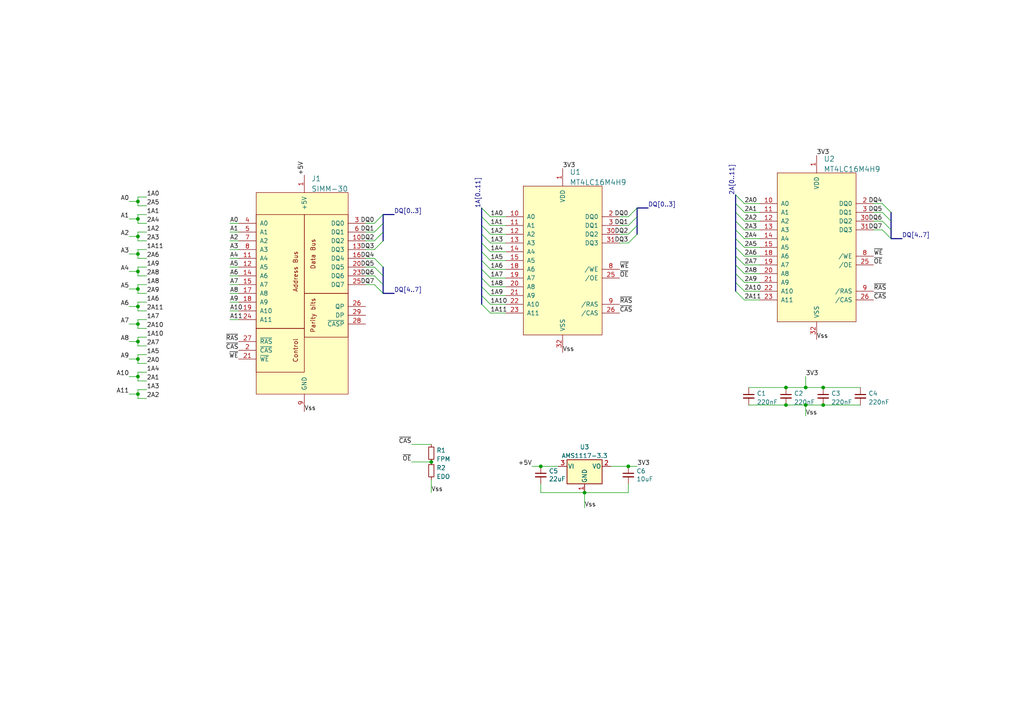
<source format=kicad_sch>
(kicad_sch (version 20211123) (generator eeschema)
  (paper "A4")
  (title_block (title "16MB SIMMBA-30") (date "2022-04-19") (rev "0.1") (company "0xCats"))
  (lib_symbols
    (symbol "Device:C_Small" (pin_numbers hide) (pin_names (offset 0.254) hide)
      (property "Reference" "C" (at 0.254 1.778 0))
      (property "Value" "C_Small" (at 0.254 -2.032 0))
      (symbol "C_Small_0_1"
        (polyline (pts (xy -1.524 -0.508) (xy 1.524 -0.508)) (stroke (width 0.3302)))
        (polyline (pts (xy -1.524 0.508) (xy 1.524 0.508)) (stroke (width 0.3048)))
      )
      (symbol "C_Small_1_1"
        (pin passive line (at 0 2.54 270) (length 2.032) (name "~") (number "1"))
        (pin passive line (at 0 -2.54 90) (length 2.032) (name "~") (number "2"))
      )
    )
    (symbol "Device:R_Small" (pin_numbers hide) (pin_names (offset 0.254) hide)
      (property "Reference" "R" (at 0.762 0.508 0))
      (property "Value" "R_Small" (at 0.762 -1.016 0))
      (symbol "R_Small_0_1"
        (rectangle (start -0.762 1.778) (end 0.762 -1.778) (stroke (width 0.2032)))
      )
      (symbol "R_Small_1_1"
        (pin passive line (at 0 2.54 270) (length 0.762) (name "~") (number "1"))
        (pin passive line (at 0 -2.54 90) (length 0.762) (name "~") (number "2"))
      )
    )
    (symbol "Regulator_Linear:AMS1117-3.3" (pin_names (offset 0.254))
      (property "Reference" "U" (at -3.81 3.175 0))
      (property "Value" "AMS1117-3.3" (at 0 3.175 0))
      (symbol "AMS1117-3.3_0_1"
        (rectangle (start -5.08 -5.08) (end 5.08 1.905) (stroke (width 0.254)) (fill (type background)))
      )
      (symbol "AMS1117-3.3_1_1"
        (pin power_in line (at 0 -7.62 90) (length 2.54) (name "GND") (number "1"))
        (pin power_out line (at 7.62 0 180) (length 2.54) (name "VO") (number "2"))
        (pin power_in line (at -7.62 0 0) (length 2.54) (name "VI") (number "3"))
      )
    )
    (symbol "dram:MT4LC16M4H9" (pin_names (offset 1.016))
      (property "Reference" "U" (at -10.16 22.86 0))
      (property "Value" "MT4LC16M4H9" (at 0 8.89 90))
      (symbol "MT4LC16M4H9_1_1"
        (rectangle (start -11.43 21.59) (end 11.43 -21.59) (fill (type background)))
        (pin power_in line (at 0 26.67 270) (length 5.08) (name "VDD") (number "1"))
        (pin input line (at -16.51 12.7 0) (length 5.08) (name "A0") (number "10"))
        (pin input line (at -16.51 10.16 0) (length 5.08) (name "A1") (number "11"))
        (pin input line (at -16.51 7.62 0) (length 5.08) (name "A2") (number "12"))
        (pin input line (at -16.51 5.08 0) (length 5.08) (name "A3") (number "13"))
        (pin input line (at -16.51 2.54 0) (length 5.08) (name "A4") (number "14"))
        (pin input line (at -16.51 0 0) (length 5.08) (name "A5") (number "15"))
        (pin power_in line (at 0 26.67 270) (length 5.08) hide (name "VDD") (number "16"))
        (pin power_in line (at 0 -26.67 90) (length 5.08) hide (name "VSS") (number "17"))
        (pin input line (at -16.51 -2.54 0) (length 5.08) (name "A6") (number "18"))
        (pin input line (at -16.51 -5.08 0) (length 5.08) (name "A7") (number "19"))
        (pin bidirectional line (at 16.51 12.7 180) (length 5.08) (name "DQ0") (number "2"))
        (pin input line (at -16.51 -7.62 0) (length 5.08) (name "A8") (number "20"))
        (pin input line (at -16.51 -10.16 0) (length 5.08) (name "A9") (number "21"))
        (pin input line (at -16.51 -12.7 0) (length 5.08) (name "A10") (number "22"))
        (pin input line (at -16.51 -15.24 0) (length 5.08) (name "A11") (number "23"))
        (pin no_connect line (at 3.175 0.635 90) (length 5.08) hide (name "NC") (number "24"))
        (pin input line (at 16.51 -5.08 180) (length 5.08) (name "/OE") (number "25"))
        (pin input line (at 16.51 -15.24 180) (length 5.08) (name "/CAS") (number "26"))
        (pin no_connect line (at 3.175 0.635 90) (length 5.08) hide (name "nc") (number "27"))
        (pin no_connect line (at 3.175 0.635 90) (length 5.08) hide (name "nc") (number "28"))
        (pin no_connect line (at 3.175 0.635 90) (length 5.08) hide (name "nc") (number "29"))
        (pin bidirectional line (at 16.51 10.16 180) (length 5.08) (name "DQ1") (number "3"))
        (pin bidirectional line (at 16.51 7.62 180) (length 5.08) (name "DQ2") (number "30"))
        (pin bidirectional line (at 16.51 5.08 180) (length 5.08) (name "DQ3") (number "31"))
        (pin power_in line (at 0 -26.67 90) (length 5.08) (name "VSS") (number "32"))
        (pin no_connect line (at 3.175 0.635 90) (length 5.08) hide (name "NC") (number "4"))
        (pin no_connect line (at 3.175 0.635 90) (length 5.08) hide (name "NC") (number "5"))
        (pin no_connect line (at 3.175 0.635 90) (length 5.08) hide (name "NC") (number "6"))
        (pin no_connect line (at 3.175 0.635 90) (length 5.08) hide (name "NC") (number "7"))
        (pin input line (at 16.51 -2.54 180) (length 5.08) (name "/WE") (number "8"))
        (pin input line (at 16.51 -12.7 180) (length 5.08) (name "/RAS") (number "9"))
      )
    )
    (symbol "edge connectors:SIMM-30" (pin_names (offset 1.016))
      (property "Reference" "J" (at -15.24 53.34 0))
      (property "Value" "SIMM-30" (at -15.24 50.8 0))
      (symbol "SIMM-30_0_0"
        (rectangle (start -13.97 15.24) (end 0 2.54))
        (rectangle (start -13.97 48.26) (end 0 15.24))
        (rectangle (start 0 25.4) (end 12.7 12.7))
        (rectangle (start 0 48.26) (end 12.7 25.4))
        (text "Address Bus" (at -2.54 31.75 900) (effects (font (size 1.27 1.27))))
        (text "Control" (at -2.54 8.89 900) (effects (font (size 1.27 1.27))))
        (text "Data Bus" (at 2.54 36.83 900) (effects (font (size 1.27 1.27))))
        (text "Parity bits" (at 2.54 19.05 900) (effects (font (size 1.27 1.27))))
        (pin power_in line (at 0 59.69 270) (length 5.08) hide (name "+5V") (number "30"))
      )
      (symbol "SIMM-30_1_1"
        (rectangle (start -13.97 54.61) (end 12.7 -3.81) (fill (type background)))
        (pin power_in line (at 0 59.69 270) (length 5.08) (name "+5V") (number "1"))
        (pin bidirectional line (at 17.78 40.64 180) (length 5.08) (name "DQ2") (number "10"))
        (pin input line (at -19.05 35.56 0) (length 5.08) (name "A4") (number "11"))
        (pin input line (at -19.05 33.02 0) (length 5.08) (name "A5") (number "12"))
        (pin bidirectional line (at 17.78 38.1 180) (length 5.08) (name "DQ3") (number "13"))
        (pin input line (at -19.05 30.48 0) (length 5.08) (name "A6") (number "14"))
        (pin input line (at -19.05 27.94 0) (length 5.08) (name "A7") (number "15"))
        (pin bidirectional line (at 17.78 35.56 180) (length 5.08) (name "DQ4") (number "16"))
        (pin input line (at -19.05 25.4 0) (length 5.08) (name "A8") (number "17"))
        (pin input line (at -19.05 22.86 0) (length 5.08) (name "A9") (number "18"))
        (pin input line (at -19.05 20.32 0) (length 5.08) (name "A10") (number "19"))
        (pin input line (at -19.05 8.89 0) (length 5.08) (name "~{CAS}") (number "2"))
        (pin bidirectional line (at 17.78 33.02 180) (length 5.08) (name "DQ5") (number "20"))
        (pin input line (at -19.05 6.35 0) (length 5.08) (name "~{WE}") (number "21"))
        (pin power_in line (at 0 -8.89 90) (length 5.08) hide (name "GND") (number "22"))
        (pin bidirectional line (at 17.78 30.48 180) (length 5.08) (name "DQ6") (number "23"))
        (pin input line (at -19.05 17.78 0) (length 5.08) (name "A11") (number "24"))
        (pin bidirectional line (at 17.78 27.94 180) (length 5.08) (name "DQ7") (number "25"))
        (pin output line (at 17.78 21.59 180) (length 5.08) (name "QP") (number "26"))
        (pin input line (at -19.05 11.43 0) (length 5.08) (name "~{RAS}") (number "27"))
        (pin input line (at 17.78 16.51 180) (length 5.08) (name "~{CASP}") (number "28"))
        (pin input line (at 17.78 19.05 180) (length 5.08) (name "DP") (number "29"))
        (pin bidirectional line (at 17.78 45.72 180) (length 5.08) (name "DQ0") (number "3"))
        (pin input line (at -19.05 45.72 0) (length 5.08) (name "A0") (number "4"))
        (pin input line (at -19.05 43.18 0) (length 5.08) (name "A1") (number "5"))
        (pin bidirectional line (at 17.78 43.18 180) (length 5.08) (name "DQ1") (number "6"))
        (pin input line (at -19.05 40.64 0) (length 5.08) (name "A2") (number "7"))
        (pin input line (at -19.05 38.1 0) (length 5.08) (name "A3") (number "8"))
        (pin power_in line (at 0 -8.89 90) (length 5.08) (name "GND") (number "9"))
      )
    )
  )
  (junction (at 40.005 63.5))
  (junction (at 233.68 117.475))
  (junction (at 40.005 99.06))
  (junction (at 156.845 135.255))
  (junction (at 169.545 142.875))
  (junction (at 40.005 93.98))
  (junction (at 40.005 114.3))
  (junction (at 182.245 135.255))
  (junction (at 227.965 117.475))
  (junction (at 227.965 112.395))
  (junction (at 40.005 88.9))
  (junction (at 40.005 78.74))
  (junction (at 238.76 117.475))
  (junction (at 40.005 58.42))
  (junction (at 40.005 109.22))
  (junction (at 40.005 104.14))
  (junction (at 125.095 133.985))
  (junction (at 40.005 68.58))
  (junction (at 40.005 73.66))
  (junction (at 40.005 83.82))
  (junction (at 238.76 112.395))
  (junction (at 233.68 112.395))
  (bus_entry (at 213.36 74.295) (size 2.54 2.54))
  (bus_entry (at 139.7 75.565) (size 2.54 2.54))
  (bus_entry (at 213.36 56.515) (size 2.54 2.54))
  (bus_entry (at 139.7 78.105) (size 2.54 2.54))
  (bus_entry (at 108.585 77.47) (size 2.54 2.54))
  (bus_entry (at 108.585 82.55) (size 2.54 2.54))
  (bus_entry (at 213.36 61.595) (size 2.54 2.54))
  (bus_entry (at 139.7 60.325) (size 2.54 2.54))
  (bus_entry (at 213.36 66.675) (size 2.54 2.54))
  (bus_entry (at 255.905 66.675) (size 2.54 2.54))
  (bus_entry (at 139.7 83.185) (size 2.54 2.54))
  (bus_entry (at 111.125 62.23) (size -2.54 2.54))
  (bus_entry (at 255.905 59.055) (size 2.54 2.54))
  (bus_entry (at 213.36 84.455) (size 2.54 2.54))
  (bus_entry (at 255.905 61.595) (size 2.54 2.54))
  (bus_entry (at 139.7 67.945) (size 2.54 2.54))
  (bus_entry (at 213.36 76.835) (size 2.54 2.54))
  (bus_entry (at 184.785 65.405) (size -2.54 2.54))
  (bus_entry (at 139.7 62.865) (size 2.54 2.54))
  (bus_entry (at 213.36 59.055) (size 2.54 2.54))
  (bus_entry (at 108.585 74.93) (size 2.54 2.54))
  (bus_entry (at 108.585 80.01) (size 2.54 2.54))
  (bus_entry (at 184.785 60.325) (size -2.54 2.54))
  (bus_entry (at 111.125 64.77) (size -2.54 2.54))
  (bus_entry (at 139.7 85.725) (size 2.54 2.54))
  (bus_entry (at 139.7 88.265) (size 2.54 2.54))
  (bus_entry (at 184.785 62.865) (size -2.54 2.54))
  (bus_entry (at 111.125 67.31) (size -2.54 2.54))
  (bus_entry (at 139.7 73.025) (size 2.54 2.54))
  (bus_entry (at 213.36 64.135) (size 2.54 2.54))
  (bus_entry (at 213.36 71.755) (size 2.54 2.54))
  (bus_entry (at 213.36 79.375) (size 2.54 2.54))
  (bus_entry (at 139.7 80.645) (size 2.54 2.54))
  (bus_entry (at 255.905 64.135) (size 2.54 2.54))
  (bus_entry (at 139.7 70.485) (size 2.54 2.54))
  (bus_entry (at 213.36 81.915) (size 2.54 2.54))
  (bus_entry (at 111.125 69.85) (size -2.54 2.54))
  (bus_entry (at 184.785 67.945) (size -2.54 2.54))
  (bus_entry (at 139.7 65.405) (size 2.54 2.54))
  (bus_entry (at 213.36 69.215) (size 2.54 2.54))
  (wire (pts (xy 255.905 59.055) (xy 253.365 59.055)))
  (wire (pts (xy 108.585 80.01) (xy 106.045 80.01)))
  (wire (pts (xy 40.005 85.09) (xy 42.545 85.09)))
  (wire (pts (xy 227.965 117.475) (xy 233.68 117.475)))
  (bus (pts (xy 139.7 67.945) (xy 139.7 70.485)))
  (bus (pts (xy 111.125 82.55) (xy 111.125 85.09)))
  (wire (pts (xy 142.24 67.945) (xy 146.685 67.945)))
  (wire (pts (xy 40.005 72.39) (xy 42.545 72.39)))
  (wire (pts (xy 215.9 74.295) (xy 220.345 74.295)))
  (bus (pts (xy 213.36 79.375) (xy 213.36 81.915)))
  (wire (pts (xy 40.005 78.74) (xy 40.005 77.47)))
  (bus (pts (xy 139.7 73.025) (xy 139.7 75.565)))
  (wire (pts (xy 142.24 62.865) (xy 146.685 62.865)))
  (bus (pts (xy 258.445 66.675) (xy 258.445 69.215)))
  (wire (pts (xy 40.005 73.66) (xy 40.005 74.93)))
  (wire (pts (xy 40.005 97.79) (xy 42.545 97.79)))
  (wire (pts (xy 40.005 99.06) (xy 40.005 100.33)))
  (wire (pts (xy 182.245 70.485) (xy 179.705 70.485)))
  (wire (pts (xy 40.005 62.23) (xy 42.545 62.23)))
  (bus (pts (xy 258.445 64.135) (xy 258.445 66.675)))
  (bus (pts (xy 139.7 70.485) (xy 139.7 73.025)))
  (wire (pts (xy 40.005 68.58) (xy 40.005 67.31)))
  (wire (pts (xy 40.005 113.03) (xy 42.545 113.03)))
  (wire (pts (xy 108.585 64.77) (xy 106.045 64.77)))
  (bus (pts (xy 139.7 62.865) (xy 139.7 65.405)))
  (wire (pts (xy 40.005 104.14) (xy 40.005 105.41)))
  (bus (pts (xy 111.125 69.85) (xy 111.125 67.31)))
  (wire (pts (xy 238.76 112.395) (xy 249.555 112.395)))
  (bus (pts (xy 111.125 85.09) (xy 114.3 85.09)))
  (wire (pts (xy 217.17 112.395) (xy 227.965 112.395)))
  (wire (pts (xy 215.9 79.375) (xy 220.345 79.375)))
  (wire (pts (xy 182.245 65.405) (xy 179.705 65.405)))
  (wire (pts (xy 40.005 58.42) (xy 40.005 59.69)))
  (bus (pts (xy 213.36 71.755) (xy 213.36 74.295)))
  (wire (pts (xy 37.465 93.98) (xy 40.005 93.98)))
  (wire (pts (xy 37.465 99.06) (xy 40.005 99.06)))
  (wire (pts (xy 37.465 73.66) (xy 40.005 73.66)))
  (wire (pts (xy 37.465 109.22) (xy 40.005 109.22)))
  (wire (pts (xy 40.005 58.42) (xy 40.005 57.15)))
  (wire (pts (xy 142.24 90.805) (xy 146.685 90.805)))
  (bus (pts (xy 213.36 74.295) (xy 213.36 76.835)))
  (wire (pts (xy 40.005 90.17) (xy 42.545 90.17)))
  (wire (pts (xy 40.005 105.41) (xy 42.545 105.41)))
  (wire (pts (xy 40.005 95.25) (xy 42.545 95.25)))
  (wire (pts (xy 182.245 62.865) (xy 179.705 62.865)))
  (wire (pts (xy 40.005 83.82) (xy 40.005 82.55)))
  (wire (pts (xy 156.845 142.875) (xy 169.545 142.875)))
  (wire (pts (xy 40.005 73.66) (xy 40.005 72.39)))
  (wire (pts (xy 156.845 135.255) (xy 161.925 135.255)))
  (bus (pts (xy 139.7 78.105) (xy 139.7 80.645)))
  (bus (pts (xy 184.785 62.865) (xy 184.785 60.325)))
  (wire (pts (xy 66.675 64.77) (xy 69.215 64.77)))
  (bus (pts (xy 213.36 56.515) (xy 213.36 59.055)))
  (wire (pts (xy 40.005 104.14) (xy 40.005 102.87)))
  (wire (pts (xy 40.005 77.47) (xy 42.545 77.47)))
  (bus (pts (xy 258.445 61.595) (xy 258.445 64.135)))
  (wire (pts (xy 40.005 69.85) (xy 42.545 69.85)))
  (wire (pts (xy 215.9 84.455) (xy 220.345 84.455)))
  (wire (pts (xy 40.005 74.93) (xy 42.545 74.93)))
  (wire (pts (xy 215.9 76.835) (xy 220.345 76.835)))
  (wire (pts (xy 40.005 115.57) (xy 42.545 115.57)))
  (wire (pts (xy 142.24 78.105) (xy 146.685 78.105)))
  (wire (pts (xy 142.24 65.405) (xy 146.685 65.405)))
  (wire (pts (xy 233.68 117.475) (xy 238.76 117.475)))
  (wire (pts (xy 217.17 117.475) (xy 227.965 117.475)))
  (wire (pts (xy 40.005 88.9) (xy 40.005 90.17)))
  (wire (pts (xy 66.675 69.85) (xy 69.215 69.85)))
  (wire (pts (xy 40.005 88.9) (xy 40.005 87.63)))
  (bus (pts (xy 184.785 60.325) (xy 187.96 60.325)))
  (wire (pts (xy 233.68 112.395) (xy 238.76 112.395)))
  (wire (pts (xy 40.005 82.55) (xy 42.545 82.55)))
  (wire (pts (xy 142.24 73.025) (xy 146.685 73.025)))
  (bus (pts (xy 139.7 75.565) (xy 139.7 78.105)))
  (wire (pts (xy 108.585 69.85) (xy 106.045 69.85)))
  (wire (pts (xy 40.005 83.82) (xy 40.005 85.09)))
  (wire (pts (xy 37.465 83.82) (xy 40.005 83.82)))
  (wire (pts (xy 40.005 102.87) (xy 42.545 102.87)))
  (wire (pts (xy 40.005 99.06) (xy 40.005 97.79)))
  (bus (pts (xy 184.785 65.405) (xy 184.785 62.865)))
  (wire (pts (xy 177.165 135.255) (xy 182.245 135.255)))
  (wire (pts (xy 215.9 64.135) (xy 220.345 64.135)))
  (wire (pts (xy 40.005 57.15) (xy 42.545 57.15)))
  (bus (pts (xy 139.7 85.725) (xy 139.7 88.265)))
  (wire (pts (xy 37.465 88.9) (xy 40.005 88.9)))
  (wire (pts (xy 66.675 67.31) (xy 69.215 67.31)))
  (wire (pts (xy 40.005 80.01) (xy 42.545 80.01)))
  (wire (pts (xy 227.965 112.395) (xy 233.68 112.395)))
  (wire (pts (xy 142.24 85.725) (xy 146.685 85.725)))
  (wire (pts (xy 182.245 67.945) (xy 179.705 67.945)))
  (wire (pts (xy 233.68 109.22) (xy 233.68 112.395)))
  (bus (pts (xy 111.125 77.47) (xy 111.125 80.01)))
  (bus (pts (xy 213.36 81.915) (xy 213.36 84.455)))
  (wire (pts (xy 255.905 61.595) (xy 253.365 61.595)))
  (wire (pts (xy 37.465 104.14) (xy 40.005 104.14)))
  (wire (pts (xy 215.9 86.995) (xy 220.345 86.995)))
  (bus (pts (xy 139.7 65.405) (xy 139.7 67.945)))
  (wire (pts (xy 142.24 83.185) (xy 146.685 83.185)))
  (wire (pts (xy 40.005 93.98) (xy 40.005 92.71)))
  (wire (pts (xy 37.465 114.3) (xy 40.005 114.3)))
  (wire (pts (xy 119.38 133.985) (xy 125.095 133.985)))
  (wire (pts (xy 66.675 87.63) (xy 69.215 87.63)))
  (bus (pts (xy 213.36 76.835) (xy 213.36 79.375)))
  (bus (pts (xy 213.36 66.675) (xy 213.36 69.215)))
  (bus (pts (xy 111.125 80.01) (xy 111.125 82.55)))
  (wire (pts (xy 66.675 90.17) (xy 69.215 90.17)))
  (bus (pts (xy 213.36 61.595) (xy 213.36 64.135)))
  (wire (pts (xy 37.465 68.58) (xy 40.005 68.58)))
  (wire (pts (xy 40.005 109.22) (xy 40.005 107.95)))
  (wire (pts (xy 108.585 72.39) (xy 106.045 72.39)))
  (wire (pts (xy 37.465 58.42) (xy 40.005 58.42)))
  (wire (pts (xy 233.68 117.475) (xy 233.68 120.65)))
  (wire (pts (xy 169.545 142.875) (xy 169.545 147.32)))
  (bus (pts (xy 111.125 64.77) (xy 111.125 62.23)))
  (wire (pts (xy 108.585 77.47) (xy 106.045 77.47)))
  (wire (pts (xy 215.9 81.915) (xy 220.345 81.915)))
  (wire (pts (xy 40.005 63.5) (xy 40.005 62.23)))
  (wire (pts (xy 154.305 135.255) (xy 156.845 135.255)))
  (bus (pts (xy 139.7 80.645) (xy 139.7 83.185)))
  (wire (pts (xy 142.24 70.485) (xy 146.685 70.485)))
  (wire (pts (xy 66.675 92.71) (xy 69.215 92.71)))
  (wire (pts (xy 215.9 59.055) (xy 220.345 59.055)))
  (wire (pts (xy 40.005 100.33) (xy 42.545 100.33)))
  (bus (pts (xy 213.36 69.215) (xy 213.36 71.755)))
  (wire (pts (xy 40.005 87.63) (xy 42.545 87.63)))
  (wire (pts (xy 66.675 77.47) (xy 69.215 77.47)))
  (wire (pts (xy 40.005 110.49) (xy 42.545 110.49)))
  (wire (pts (xy 66.675 72.39) (xy 69.215 72.39)))
  (bus (pts (xy 213.36 59.055) (xy 213.36 61.595)))
  (wire (pts (xy 40.005 114.3) (xy 40.005 115.57)))
  (wire (pts (xy 40.005 109.22) (xy 40.005 110.49)))
  (wire (pts (xy 238.76 117.475) (xy 249.555 117.475)))
  (wire (pts (xy 215.9 66.675) (xy 220.345 66.675)))
  (wire (pts (xy 40.005 93.98) (xy 40.005 95.25)))
  (wire (pts (xy 66.675 82.55) (xy 69.215 82.55)))
  (wire (pts (xy 169.545 142.875) (xy 182.245 142.875)))
  (wire (pts (xy 40.005 78.74) (xy 40.005 80.01)))
  (wire (pts (xy 108.585 82.55) (xy 106.045 82.55)))
  (bus (pts (xy 258.445 69.215) (xy 261.62 69.215)))
  (wire (pts (xy 142.24 75.565) (xy 146.685 75.565)))
  (bus (pts (xy 184.785 67.945) (xy 184.785 65.405)))
  (wire (pts (xy 40.005 68.58) (xy 40.005 69.85)))
  (wire (pts (xy 37.465 78.74) (xy 40.005 78.74)))
  (bus (pts (xy 139.7 60.325) (xy 139.7 62.865)))
  (wire (pts (xy 40.005 59.69) (xy 42.545 59.69)))
  (wire (pts (xy 40.005 63.5) (xy 40.005 64.77)))
  (wire (pts (xy 40.005 67.31) (xy 42.545 67.31)))
  (wire (pts (xy 182.245 135.255) (xy 184.785 135.255)))
  (wire (pts (xy 108.585 67.31) (xy 106.045 67.31)))
  (wire (pts (xy 37.465 63.5) (xy 40.005 63.5)))
  (wire (pts (xy 66.675 85.09) (xy 69.215 85.09)))
  (wire (pts (xy 142.24 80.645) (xy 146.685 80.645)))
  (wire (pts (xy 66.675 74.93) (xy 69.215 74.93)))
  (wire (pts (xy 215.9 69.215) (xy 220.345 69.215)))
  (wire (pts (xy 215.9 61.595) (xy 220.345 61.595)))
  (wire (pts (xy 125.095 139.065) (xy 125.095 142.875)))
  (wire (pts (xy 215.9 71.755) (xy 220.345 71.755)))
  (wire (pts (xy 255.905 64.135) (xy 253.365 64.135)))
  (wire (pts (xy 108.585 74.93) (xy 106.045 74.93)))
  (wire (pts (xy 40.005 107.95) (xy 42.545 107.95)))
  (bus (pts (xy 111.125 67.31) (xy 111.125 64.77)))
  (wire (pts (xy 182.245 140.335) (xy 182.245 142.875)))
  (wire (pts (xy 255.905 66.675) (xy 253.365 66.675)))
  (wire (pts (xy 119.38 128.905) (xy 125.095 128.905)))
  (bus (pts (xy 139.7 83.185) (xy 139.7 85.725)))
  (wire (pts (xy 40.005 64.77) (xy 42.545 64.77)))
  (wire (pts (xy 142.24 88.265) (xy 146.685 88.265)))
  (wire (pts (xy 156.845 140.335) (xy 156.845 142.875)))
  (wire (pts (xy 66.675 80.01) (xy 69.215 80.01)))
  (bus (pts (xy 111.125 62.23) (xy 114.3 62.23)))
  (bus (pts (xy 213.36 64.135) (xy 213.36 66.675)))
  (wire (pts (xy 40.005 92.71) (xy 42.545 92.71)))
  (wire (pts (xy 40.005 114.3) (xy 40.005 113.03)))
  (label "Vss" (at 233.68 120.65 0))
  (label "DQ6" (at 255.905 64.135 180))
  (label "DQ0" (at 108.585 64.77 180))
  (label "A10" (at 37.465 109.22 180))
  (label "~{RAS}" (at 179.705 88.265 0))
  (label "1A5" (at 142.24 75.565 0))
  (label "~{CAS}" (at 119.38 128.905 180))
  (label "1A2" (at 42.545 67.31 0))
  (label "1A4" (at 42.545 107.95 0))
  (label "3V3" (at 184.785 135.255 0))
  (label "1A6" (at 42.545 87.63 0))
  (label "DQ1" (at 182.245 65.405 180))
  (label "A10" (at 66.675 90.17 0))
  (label "2A4" (at 42.545 64.77 0))
  (label "2A10" (at 42.545 95.25 0))
  (label "1A3" (at 142.24 70.485 0))
  (label "DQ[4..7]" (at 261.62 69.215 0))
  (label "~{CAS}" (at 253.365 86.995 0))
  (label "DQ[0..3]" (at 114.3 62.23 0))
  (label "2A[0..11]" (at 213.36 56.515 90))
  (label "DQ4" (at 255.905 59.055 180))
  (label "A5" (at 37.465 83.82 180))
  (label "~{WE}" (at 69.215 104.14 180))
  (label "~{WE}" (at 253.365 74.295 0))
  (label "A4" (at 37.465 78.74 180))
  (label "1A4" (at 142.24 73.025 0))
  (label "A2" (at 37.465 68.58 180))
  (label "A6" (at 66.675 80.01 0))
  (label "A11" (at 66.675 92.71 0))
  (label "2A8" (at 42.545 80.01 0))
  (label "2A6" (at 215.9 74.295 0))
  (label "A8" (at 66.675 85.09 0))
  (label "A9" (at 66.675 87.63 0))
  (label "DQ7" (at 108.585 82.55 180))
  (label "2A7" (at 42.545 100.33 0))
  (label "2A3" (at 215.9 66.675 0))
  (label "~{OE}" (at 253.365 76.835 0))
  (label "A7" (at 37.465 93.98 180))
  (label "Vss" (at 88.265 119.38 0))
  (label "2A1" (at 215.9 61.595 0))
  (label "1A7" (at 42.545 92.71 0))
  (label "2A2" (at 215.9 64.135 0))
  (label "~{OE}" (at 179.705 80.645 0))
  (label "1A11" (at 142.24 90.805 0))
  (label "A5" (at 66.675 77.47 0))
  (label "~{OE}" (at 119.38 133.985 180))
  (label "A11" (at 37.465 114.3 180))
  (label "1A10" (at 42.545 97.79 0))
  (label "~{WE}" (at 179.705 78.105 0))
  (label "1A5" (at 42.545 102.87 0))
  (label "3V3" (at 163.195 48.895 0))
  (label "A4" (at 66.675 74.93 0))
  (label "2A11" (at 42.545 90.17 0))
  (label "2A5" (at 215.9 71.755 0))
  (label "A2" (at 66.675 69.85 0))
  (label "A7" (at 66.675 82.55 0))
  (label "DQ2" (at 108.585 69.85 180))
  (label "+5V" (at 88.265 50.8 90))
  (label "DQ3" (at 182.245 70.485 180))
  (label "1A7" (at 142.24 80.645 0))
  (label "A9" (at 37.465 104.14 180))
  (label "A3" (at 37.465 73.66 180))
  (label "1A3" (at 42.545 113.03 0))
  (label "2A2" (at 42.545 115.57 0))
  (label "DQ5" (at 108.585 77.47 180))
  (label "A8" (at 37.465 99.06 180))
  (label "~{CAS}" (at 69.215 101.6 180))
  (label "DQ[4..7]" (at 114.3 85.09 0))
  (label "A1" (at 66.675 67.31 0))
  (label "Vss" (at 169.545 147.32 0))
  (label "Vss" (at 125.095 142.875 0))
  (label "DQ4" (at 108.585 74.93 180))
  (label "DQ0" (at 182.245 62.865 180))
  (label "2A1" (at 42.545 110.49 0))
  (label "1A9" (at 142.24 85.725 0))
  (label "A6" (at 37.465 88.9 180))
  (label "DQ2" (at 182.245 67.945 180))
  (label "2A6" (at 42.545 74.93 0))
  (label "3V3" (at 233.68 109.22 0))
  (label "1A0" (at 142.24 62.865 0))
  (label "2A5" (at 42.545 59.69 0))
  (label "2A0" (at 42.545 105.41 0))
  (label "DQ3" (at 108.585 72.39 180))
  (label "DQ7" (at 255.905 66.675 180))
  (label "2A9" (at 215.9 81.915 0))
  (label "~{RAS}" (at 69.215 99.06 180))
  (label "2A10" (at 215.9 84.455 0))
  (label "1A1" (at 42.545 62.23 0))
  (label "1A2" (at 142.24 67.945 0))
  (label "2A8" (at 215.9 79.375 0))
  (label "DQ1" (at 108.585 67.31 180))
  (label "1A10" (at 142.24 88.265 0))
  (label "Vss" (at 163.195 102.235 0))
  (label "2A11" (at 215.9 86.995 0))
  (label "A0" (at 37.465 58.42 180))
  (label "2A0" (at 215.9 59.055 0))
  (label "3V3" (at 236.855 45.085 0))
  (label "1A9" (at 42.545 77.47 0))
  (label "DQ6" (at 108.585 80.01 180))
  (label "1A8" (at 142.24 83.185 0))
  (label "1A8" (at 42.545 82.55 0))
  (label "1A11" (at 42.545 72.39 0))
  (label "A1" (at 37.465 63.5 180))
  (label "2A9" (at 42.545 85.09 0))
  (label "2A4" (at 215.9 69.215 0))
  (label "DQ5" (at 255.905 61.595 180))
  (label "1A1" (at 142.24 65.405 0))
  (label "A3" (at 66.675 72.39 0))
  (label "Vss" (at 236.855 98.425 0))
  (label "1A[0..11]" (at 139.7 60.325 90))
  (label "2A7" (at 215.9 76.835 0))
  (label "~{RAS}" (at 253.365 84.455 0))
  (label "DQ[0..3]" (at 187.96 60.325 0))
  (label "1A6" (at 142.24 78.105 0))
  (label "1A0" (at 42.545 57.15 0))
  (label "A0" (at 66.675 64.77 0))
  (label "+5V" (at 154.305 135.255 180))
  (label "~{CAS}" (at 179.705 90.805 0))
  (label "2A3" (at 42.545 69.85 0))
  (symbol (lib_id "Device:C_Small") (at 182.245 137.795 0) (unit 1)
    (property "Reference" "C6" (at 184.5818 136.6266 0) (effects (justify left)))
    (property "Value" "10uF" (at 184.5818 138.938 0) (effects (justify left)))
    (property "Footprint" "Capacitor_SMD:C_0805_2012Metric_Pad1.18x1.45mm_HandSolder" (effects hide))
  )
  (symbol (lib_id "edge connectors:SIMM-30") (at 88.265 110.49 0) (unit 1)
    (property "Reference" "J1" (at 90.2844 51.7959 0) (effects (font (size 1.524 1.524)) (justify left)))
    (property "Value" "SIMM-30" (at 90.2844 54.7893 0) (effects (font (size 1.524 1.524)) (justify left)))
    (property "Footprint" "edge connectors:SIPP_30_A2" (effects hide))
    (property "Datasheet" "30 pin SIMM DRAM card" (effects hide))
  )
  (symbol (lib_id "dram:MT4LC16M4H9") (at 236.855 71.755 0) (unit 1)
    (property "Reference" "U2" (at 238.8744 46.0809 0) (effects (font (size 1.524 1.524)) (justify left)))
    (property "Value" "MT4LC16M4H9" (at 238.8744 49.0743 0) (effects (font (size 1.524 1.524)) (justify left)))
    (property "Footprint" "dram:SOJ-32_400mil" (effects hide))
    (property "Datasheet" "https://pdf1.alldatasheet.com/81488a58-ff47-4ffd-8f41-3bc44bbf6875" (effects hide))
  )
  (symbol (lib_id "dram:MT4LC16M4H9") (at 163.195 75.565 0) (unit 1)
    (property "Reference" "U1" (at 165.2144 49.8909 0) (effects (font (size 1.524 1.524)) (justify left)))
    (property "Value" "MT4LC16M4H9" (at 165.2144 52.8843 0) (effects (font (size 1.524 1.524)) (justify left)))
    (property "Footprint" "dram:SOJ-32_400mil" (effects hide))
    (property "Datasheet" "https://pdf1.alldatasheet.com/81488a58-ff47-4ffd-8f41-3bc44bbf6875" (effects hide))
  )
  (symbol (lib_id "Device:C_Small") (at 238.76 114.935 0) (unit 1)
    (property "Reference" "C3" (at 241.0841 114.1066 0) (effects (justify left)))
    (property "Value" "220nF" (at 241.0841 116.6435 0) (effects (justify left)))
    (property "Footprint" "Capacitor_SMD:C_0805_2012Metric_Pad1.18x1.45mm_HandSolder" (effects hide))
  )
  (symbol (lib_id "Device:R_Small") (at 125.095 131.445 0) (unit 1)
    (property "Reference" "R1" (at 126.5936 130.6103 0) (effects (justify left)))
    (property "Value" "FPM" (at 126.5936 133.1472 0) (effects (justify left)))
    (property "Footprint" "Resistor_SMD:R_0805_2012Metric_Pad1.20x1.40mm_HandSolder" (effects hide))
  )
  (symbol (lib_id "Device:C_Small") (at 227.965 114.935 0) (unit 1)
    (property "Reference" "C2" (at 230.2891 114.1066 0) (effects (justify left)))
    (property "Value" "220nF" (at 230.2891 116.6435 0) (effects (justify left)))
    (property "Footprint" "Capacitor_SMD:C_0805_2012Metric_Pad1.18x1.45mm_HandSolder" (effects hide))
  )
  (symbol (lib_id "Device:C_Small") (at 249.555 114.935 0) (unit 1)
    (property "Reference" "C4" (at 251.8791 114.1066 0) (effects (justify left)))
    (property "Value" "220nF" (at 251.8791 116.6435 0) (effects (justify left)))
    (property "Footprint" "Capacitor_SMD:C_0805_2012Metric_Pad1.18x1.45mm_HandSolder" (effects hide))
  )
  (symbol (lib_id "Device:C_Small") (at 156.845 137.795 0) (unit 1)
    (property "Reference" "C5" (at 159.1818 136.6266 0) (effects (justify left)))
    (property "Value" "22uF" (at 159.1818 138.938 0) (effects (justify left)))
    (property "Footprint" "Capacitor_SMD:C_0805_2012Metric_Pad1.18x1.45mm_HandSolder" (effects hide))
  )
  (symbol (lib_id "Device:C_Small") (at 217.17 114.935 0) (unit 1)
    (property "Reference" "C1" (at 219.4941 114.1066 0) (effects (justify left)))
    (property "Value" "220nF" (at 219.4941 116.6435 0) (effects (justify left)))
    (property "Footprint" "Capacitor_SMD:C_0805_2012Metric_Pad1.18x1.45mm_HandSolder" (effects hide))
  )
  (symbol (lib_id "Regulator_Linear:AMS1117-3.3") (at 169.545 135.255 0) (unit 1)
    (property "Reference" "U3" (at 169.545 129.6502 0))
    (property "Value" "AMS1117-3.3" (at 169.545 132.1871 0))
    (property "Footprint" "Package_TO_SOT_SMD:SOT-223-3_TabPin2" (effects hide))
    (property "Datasheet" "http://www.advanced-monolithic.com/pdf/ds1117.pdf" (effects hide))
  )
  (symbol (lib_id "Device:R_Small") (at 125.095 136.525 0) (unit 1)
    (property "Reference" "R2" (at 126.5936 135.6903 0) (effects (justify left)))
    (property "Value" "EDO" (at 126.5936 138.2272 0) (effects (justify left)))
    (property "Footprint" "Resistor_SMD:R_0805_2012Metric_Pad1.20x1.40mm_HandSolder" (effects hide))
  )
)
</source>
